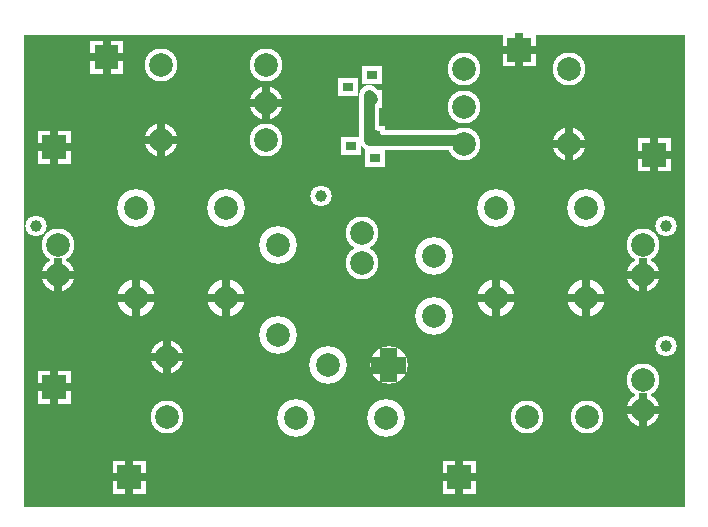
<source format=gbr>
%FSLAX34Y34*%
%MOMM*%
%LNCOPPER_TOP*%
G71*
G01*
%ADD10C,2.800*%
%ADD11C,3.200*%
%ADD12C,2.800*%
%ADD13R,1.700X1.600*%
%ADD14C,1.700*%
%ADD15C,1.800*%
%ADD16C,0.680*%
%ADD17C,1.467*%
%ADD18C,0.667*%
%ADD19C,2.000*%
%ADD20C,2.000*%
%ADD21C,4.300*%
%ADD22R,0.900X0.800*%
%ADD23C,0.900*%
%ADD24C,1.000*%
%LPD*%
G36*
X-279400Y165100D02*
X280600Y165100D01*
X280600Y-234900D01*
X-279400Y-234900D01*
X-279400Y165100D01*
G37*
%LPC*%
X6350Y-3050D02*
G54D10*
D03*
X6350Y-28450D02*
G54D10*
D03*
X-158750Y-107950D02*
G54D10*
D03*
X-158750Y-158750D02*
G54D10*
D03*
X146050Y-158750D02*
G54D10*
D03*
X196850Y-158750D02*
G54D10*
D03*
X-64083Y-13184D02*
G54D11*
D03*
X-64133Y-89434D02*
G54D11*
D03*
X-64083Y-13184D02*
G54D12*
D03*
X67931Y-22198D02*
G54D11*
D03*
X68043Y-73179D02*
G54D11*
D03*
X67931Y-22198D02*
G54D12*
D03*
X29203Y-114626D02*
G54D11*
D03*
X-21778Y-114739D02*
G54D11*
D03*
X29203Y-114626D02*
G54D12*
D03*
X27416Y-159362D02*
G54D11*
D03*
X-48834Y-159312D02*
G54D11*
D03*
X27416Y-159361D02*
G54D12*
D03*
X-184733Y18566D02*
G54D11*
D03*
X-184783Y-57684D02*
G54D11*
D03*
X-184733Y18566D02*
G54D12*
D03*
X-108542Y18492D02*
G54D11*
D03*
X-184792Y18542D02*
G54D11*
D03*
X-108542Y18492D02*
G54D12*
D03*
X-108542Y18492D02*
G54D11*
D03*
X-108592Y-57758D02*
G54D11*
D03*
X-108542Y18492D02*
G54D12*
D03*
X120067Y18566D02*
G54D11*
D03*
X120017Y-57684D02*
G54D11*
D03*
X120067Y18566D02*
G54D12*
D03*
X196258Y18492D02*
G54D11*
D03*
X120008Y18542D02*
G54D11*
D03*
X196258Y18492D02*
G54D12*
D03*
X196258Y18492D02*
G54D11*
D03*
X196208Y-57758D02*
G54D11*
D03*
X196258Y18492D02*
G54D12*
D03*
X-250377Y-13139D02*
G54D10*
D03*
X-250377Y-38539D02*
G54D10*
D03*
X244923Y-13139D02*
G54D10*
D03*
X244923Y-38539D02*
G54D10*
D03*
X244923Y-127439D02*
G54D10*
D03*
X244923Y-152839D02*
G54D10*
D03*
X-163150Y139173D02*
G54D10*
D03*
X-163150Y75673D02*
G54D10*
D03*
X-74250Y139173D02*
G54D10*
D03*
X-74250Y107423D02*
G54D10*
D03*
X-74250Y75673D02*
G54D10*
D03*
X182290Y72380D02*
G54D10*
D03*
X182290Y135880D02*
G54D10*
D03*
X93390Y72380D02*
G54D10*
D03*
X93390Y104130D02*
G54D10*
D03*
X93390Y135880D02*
G54D10*
D03*
G36*
X-268000Y83900D02*
X-240000Y83900D01*
X-240000Y55900D01*
X-268000Y55900D01*
X-268000Y83900D01*
G37*
G36*
X-268000Y-119300D02*
X-240000Y-119300D01*
X-240000Y-147300D01*
X-268000Y-147300D01*
X-268000Y-119300D01*
G37*
G36*
X-204500Y-195500D02*
X-176500Y-195500D01*
X-176500Y-223500D01*
X-204500Y-223500D01*
X-204500Y-195500D01*
G37*
G36*
X74900Y-195500D02*
X102900Y-195500D01*
X102900Y-223500D01*
X74900Y-223500D01*
X74900Y-195500D01*
G37*
G36*
X125700Y166450D02*
X153700Y166450D01*
X153700Y138450D01*
X125700Y138450D01*
X125700Y166450D01*
G37*
G36*
X-223550Y160100D02*
X-195550Y160100D01*
X-195550Y132100D01*
X-223550Y132100D01*
X-223550Y160100D01*
G37*
G36*
X240000Y77550D02*
X268000Y77550D01*
X268000Y49550D01*
X240000Y49550D01*
X240000Y77550D01*
G37*
X14967Y111144D02*
G54D13*
D03*
X14967Y131144D02*
G54D13*
D03*
X-5033Y121144D02*
G54D13*
D03*
X17512Y60530D02*
G54D13*
D03*
X17512Y80530D02*
G54D13*
D03*
X-2488Y70530D02*
G54D13*
D03*
G54D14*
X17512Y80530D02*
X12700Y76200D01*
X88900Y76200D01*
X93390Y72380D01*
G54D14*
X17512Y80530D02*
X12700Y76200D01*
X12700Y114300D01*
X14967Y111144D01*
X-269100Y3010D02*
G54D15*
D03*
X264300Y3010D02*
G54D15*
D03*
X-27800Y28410D02*
G54D15*
D03*
X264300Y-98590D02*
G54D15*
D03*
%LPD*%
G54D16*
G36*
X-158750Y-104550D02*
X-144250Y-104550D01*
X-144250Y-111350D01*
X-158750Y-111350D01*
X-158750Y-104550D01*
G37*
G36*
X-155350Y-107950D02*
X-155350Y-122450D01*
X-162150Y-122450D01*
X-162150Y-107950D01*
X-155350Y-107950D01*
G37*
G36*
X-158750Y-111350D02*
X-173250Y-111350D01*
X-173250Y-104550D01*
X-158750Y-104550D01*
X-158750Y-111350D01*
G37*
G36*
X-162150Y-107950D02*
X-162150Y-93450D01*
X-155350Y-93450D01*
X-155350Y-107950D01*
X-162150Y-107950D01*
G37*
G54D17*
G36*
X21870Y-114626D02*
X21870Y-100126D01*
X36536Y-100126D01*
X36536Y-114626D01*
X21870Y-114626D01*
G37*
G36*
X29203Y-107293D02*
X43703Y-107293D01*
X43703Y-121960D01*
X29203Y-121960D01*
X29203Y-107293D01*
G37*
G36*
X36536Y-114626D02*
X36536Y-129126D01*
X21870Y-129126D01*
X21870Y-114626D01*
X36536Y-114626D01*
G37*
G36*
X29203Y-121960D02*
X14703Y-121960D01*
X14703Y-107293D01*
X29203Y-107293D01*
X29203Y-121960D01*
G37*
G54D18*
G36*
X-184783Y-54351D02*
X-168283Y-54351D01*
X-168283Y-61017D01*
X-184783Y-61017D01*
X-184783Y-54351D01*
G37*
G36*
X-181450Y-57684D02*
X-181450Y-74184D01*
X-188116Y-74184D01*
X-188116Y-57684D01*
X-181450Y-57684D01*
G37*
G36*
X-184783Y-61017D02*
X-201283Y-61017D01*
X-201283Y-54351D01*
X-184783Y-54351D01*
X-184783Y-61017D01*
G37*
G36*
X-188116Y-57684D02*
X-188116Y-41184D01*
X-181450Y-41184D01*
X-181450Y-57684D01*
X-188116Y-57684D01*
G37*
G54D16*
G36*
X-108592Y-54358D02*
X-92092Y-54358D01*
X-92092Y-61158D01*
X-108592Y-61158D01*
X-108592Y-54358D01*
G37*
G36*
X-105192Y-57758D02*
X-105192Y-74258D01*
X-111992Y-74258D01*
X-111992Y-57758D01*
X-105192Y-57758D01*
G37*
G36*
X-108592Y-61158D02*
X-125092Y-61158D01*
X-125092Y-54358D01*
X-108592Y-54358D01*
X-108592Y-61158D01*
G37*
G36*
X-111992Y-57758D02*
X-111992Y-41258D01*
X-105192Y-41258D01*
X-105192Y-57758D01*
X-111992Y-57758D01*
G37*
G54D18*
G36*
X120017Y-54351D02*
X136517Y-54351D01*
X136517Y-61017D01*
X120017Y-61017D01*
X120017Y-54351D01*
G37*
G36*
X123350Y-57684D02*
X123350Y-74184D01*
X116684Y-74184D01*
X116684Y-57684D01*
X123350Y-57684D01*
G37*
G36*
X120017Y-61017D02*
X103517Y-61017D01*
X103517Y-54351D01*
X120017Y-54351D01*
X120017Y-61017D01*
G37*
G36*
X116684Y-57684D02*
X116684Y-41184D01*
X123350Y-41184D01*
X123350Y-57684D01*
X116684Y-57684D01*
G37*
G54D16*
G36*
X196208Y-54358D02*
X212708Y-54358D01*
X212708Y-61158D01*
X196208Y-61158D01*
X196208Y-54358D01*
G37*
G36*
X199608Y-57758D02*
X199608Y-74258D01*
X192808Y-74258D01*
X192808Y-57758D01*
X199608Y-57758D01*
G37*
G36*
X196208Y-61158D02*
X179708Y-61158D01*
X179708Y-54358D01*
X196208Y-54358D01*
X196208Y-61158D01*
G37*
G36*
X192808Y-57758D02*
X192808Y-41258D01*
X199608Y-41258D01*
X199608Y-57758D01*
X192808Y-57758D01*
G37*
G54D18*
G36*
X-253710Y-38539D02*
X-253710Y-24039D01*
X-247044Y-24039D01*
X-247044Y-38539D01*
X-253710Y-38539D01*
G37*
G36*
X-250377Y-35206D02*
X-235877Y-35206D01*
X-235877Y-41872D01*
X-250377Y-41872D01*
X-250377Y-35206D01*
G37*
G36*
X-247044Y-38539D02*
X-247044Y-53039D01*
X-253710Y-53039D01*
X-253710Y-38539D01*
X-247044Y-38539D01*
G37*
G36*
X-250377Y-41872D02*
X-264877Y-41872D01*
X-264877Y-35206D01*
X-250377Y-35206D01*
X-250377Y-41872D01*
G37*
G54D18*
G36*
X241590Y-38539D02*
X241590Y-24039D01*
X248256Y-24039D01*
X248256Y-38539D01*
X241590Y-38539D01*
G37*
G36*
X244923Y-35206D02*
X259423Y-35206D01*
X259423Y-41872D01*
X244923Y-41872D01*
X244923Y-35206D01*
G37*
G36*
X248256Y-38539D02*
X248256Y-53039D01*
X241590Y-53039D01*
X241590Y-38539D01*
X248256Y-38539D01*
G37*
G36*
X244923Y-41872D02*
X230423Y-41872D01*
X230423Y-35206D01*
X244923Y-35206D01*
X244923Y-41872D01*
G37*
G54D18*
G36*
X241590Y-152839D02*
X241590Y-138339D01*
X248256Y-138339D01*
X248256Y-152839D01*
X241590Y-152839D01*
G37*
G36*
X244923Y-149506D02*
X259423Y-149506D01*
X259423Y-156172D01*
X244923Y-156172D01*
X244923Y-149506D01*
G37*
G36*
X248256Y-152839D02*
X248256Y-167339D01*
X241590Y-167339D01*
X241590Y-152839D01*
X248256Y-152839D01*
G37*
G36*
X244923Y-156172D02*
X230423Y-156172D01*
X230423Y-149506D01*
X244923Y-149506D01*
X244923Y-156172D01*
G37*
G54D18*
G36*
X-166483Y75673D02*
X-166483Y90173D01*
X-159817Y90173D01*
X-159817Y75673D01*
X-166483Y75673D01*
G37*
G36*
X-163150Y79006D02*
X-148650Y79006D01*
X-148650Y72340D01*
X-163150Y72340D01*
X-163150Y79006D01*
G37*
G36*
X-159817Y75673D02*
X-159817Y61173D01*
X-166483Y61173D01*
X-166483Y75673D01*
X-159817Y75673D01*
G37*
G36*
X-163150Y72340D02*
X-177650Y72340D01*
X-177650Y79006D01*
X-163150Y79006D01*
X-163150Y72340D01*
G37*
G54D18*
G36*
X-77583Y107423D02*
X-77583Y121923D01*
X-70917Y121923D01*
X-70917Y107423D01*
X-77583Y107423D01*
G37*
G36*
X-74250Y110756D02*
X-59750Y110756D01*
X-59750Y104090D01*
X-74250Y104090D01*
X-74250Y110756D01*
G37*
G36*
X-70917Y107423D02*
X-70917Y92923D01*
X-77583Y92923D01*
X-77583Y107423D01*
X-70917Y107423D01*
G37*
G36*
X-74250Y104090D02*
X-88750Y104090D01*
X-88750Y110756D01*
X-74250Y110756D01*
X-74250Y104090D01*
G37*
G54D18*
G36*
X185623Y72380D02*
X185623Y57880D01*
X178957Y57880D01*
X178957Y72380D01*
X185623Y72380D01*
G37*
G36*
X182290Y69047D02*
X167790Y69047D01*
X167790Y75713D01*
X182290Y75713D01*
X182290Y69047D01*
G37*
G36*
X178957Y72380D02*
X178957Y86880D01*
X185623Y86880D01*
X185623Y72380D01*
X178957Y72380D01*
G37*
G36*
X182290Y75713D02*
X196790Y75713D01*
X196790Y69047D01*
X182290Y69047D01*
X182290Y75713D01*
G37*
G54D18*
G36*
X-257333Y69900D02*
X-257333Y84400D01*
X-250667Y84400D01*
X-250667Y69900D01*
X-257333Y69900D01*
G37*
G36*
X-254000Y73233D02*
X-239500Y73233D01*
X-239500Y66567D01*
X-254000Y66567D01*
X-254000Y73233D01*
G37*
G36*
X-250667Y69900D02*
X-250667Y55400D01*
X-257333Y55400D01*
X-257333Y69900D01*
X-250667Y69900D01*
G37*
G36*
X-254000Y66567D02*
X-268500Y66567D01*
X-268500Y73233D01*
X-254000Y73233D01*
X-254000Y66567D01*
G37*
G54D18*
G36*
X-257333Y-133300D02*
X-257333Y-118800D01*
X-250667Y-118800D01*
X-250667Y-133300D01*
X-257333Y-133300D01*
G37*
G36*
X-254000Y-129967D02*
X-239500Y-129967D01*
X-239500Y-136633D01*
X-254000Y-136633D01*
X-254000Y-129967D01*
G37*
G36*
X-250667Y-133300D02*
X-250667Y-147800D01*
X-257333Y-147800D01*
X-257333Y-133300D01*
X-250667Y-133300D01*
G37*
G36*
X-254000Y-136633D02*
X-268500Y-136633D01*
X-268500Y-129967D01*
X-254000Y-129967D01*
X-254000Y-136633D01*
G37*
G54D18*
G36*
X-193833Y-209500D02*
X-193833Y-195000D01*
X-187167Y-195000D01*
X-187167Y-209500D01*
X-193833Y-209500D01*
G37*
G36*
X-190500Y-206167D02*
X-176000Y-206167D01*
X-176000Y-212833D01*
X-190500Y-212833D01*
X-190500Y-206167D01*
G37*
G36*
X-187167Y-209500D02*
X-187167Y-224000D01*
X-193833Y-224000D01*
X-193833Y-209500D01*
X-187167Y-209500D01*
G37*
G36*
X-190500Y-212833D02*
X-205000Y-212833D01*
X-205000Y-206167D01*
X-190500Y-206167D01*
X-190500Y-212833D01*
G37*
G54D18*
G36*
X85567Y-209500D02*
X85567Y-195000D01*
X92233Y-195000D01*
X92233Y-209500D01*
X85567Y-209500D01*
G37*
G36*
X88900Y-206167D02*
X103400Y-206167D01*
X103400Y-212833D01*
X88900Y-212833D01*
X88900Y-206167D01*
G37*
G36*
X92233Y-209500D02*
X92233Y-224000D01*
X85567Y-224000D01*
X85567Y-209500D01*
X92233Y-209500D01*
G37*
G36*
X88900Y-212833D02*
X74400Y-212833D01*
X74400Y-206167D01*
X88900Y-206167D01*
X88900Y-212833D01*
G37*
G54D18*
G36*
X136367Y152450D02*
X136367Y166950D01*
X143033Y166950D01*
X143033Y152450D01*
X136367Y152450D01*
G37*
G36*
X139700Y155783D02*
X154200Y155783D01*
X154200Y149117D01*
X139700Y149117D01*
X139700Y155783D01*
G37*
G36*
X143033Y152450D02*
X143033Y137950D01*
X136367Y137950D01*
X136367Y152450D01*
X143033Y152450D01*
G37*
G36*
X139700Y149117D02*
X125200Y149117D01*
X125200Y155783D01*
X139700Y155783D01*
X139700Y149117D01*
G37*
G54D18*
G36*
X-212883Y146100D02*
X-212883Y160600D01*
X-206217Y160600D01*
X-206217Y146100D01*
X-212883Y146100D01*
G37*
G36*
X-209550Y149433D02*
X-195050Y149433D01*
X-195050Y142767D01*
X-209550Y142767D01*
X-209550Y149433D01*
G37*
G36*
X-206217Y146100D02*
X-206217Y131600D01*
X-212883Y131600D01*
X-212883Y146100D01*
X-206217Y146100D01*
G37*
G36*
X-209550Y142767D02*
X-224050Y142767D01*
X-224050Y149433D01*
X-209550Y149433D01*
X-209550Y142767D01*
G37*
G54D18*
G36*
X250667Y63550D02*
X250667Y78050D01*
X257333Y78050D01*
X257333Y63550D01*
X250667Y63550D01*
G37*
G36*
X254000Y66883D02*
X268500Y66883D01*
X268500Y60217D01*
X254000Y60217D01*
X254000Y66883D01*
G37*
G36*
X257333Y63550D02*
X257333Y49050D01*
X250667Y49050D01*
X250667Y63550D01*
X257333Y63550D01*
G37*
G36*
X254000Y60217D02*
X239500Y60217D01*
X239500Y66883D01*
X254000Y66883D01*
X254000Y60217D01*
G37*
X6350Y-3050D02*
G54D19*
D03*
X6350Y-28450D02*
G54D19*
D03*
X-158750Y-107950D02*
G54D19*
D03*
X-158750Y-158750D02*
G54D19*
D03*
X146050Y-158750D02*
G54D19*
D03*
X196850Y-158750D02*
G54D19*
D03*
X-64083Y-13184D02*
G54D19*
D03*
X-64133Y-89434D02*
G54D19*
D03*
X-64083Y-13184D02*
G54D20*
D03*
X67931Y-22198D02*
G54D19*
D03*
X68043Y-73179D02*
G54D19*
D03*
X67931Y-22198D02*
G54D20*
D03*
X29203Y-114626D02*
G54D19*
D03*
X-21778Y-114739D02*
G54D19*
D03*
X29203Y-114626D02*
G54D20*
D03*
X27416Y-159362D02*
G54D19*
D03*
X-48834Y-159312D02*
G54D19*
D03*
X27416Y-159361D02*
G54D20*
D03*
X-184733Y18566D02*
G54D19*
D03*
X-184783Y-57684D02*
G54D19*
D03*
X-184733Y18566D02*
G54D20*
D03*
X-108542Y18492D02*
G54D19*
D03*
X-184792Y18542D02*
G54D19*
D03*
X-108542Y18492D02*
G54D20*
D03*
X-108542Y18492D02*
G54D19*
D03*
X-108592Y-57758D02*
G54D19*
D03*
X-108542Y18492D02*
G54D20*
D03*
X120067Y18566D02*
G54D19*
D03*
X120017Y-57684D02*
G54D19*
D03*
X120067Y18566D02*
G54D20*
D03*
X196258Y18492D02*
G54D19*
D03*
X120008Y18542D02*
G54D19*
D03*
X196258Y18492D02*
G54D20*
D03*
X196258Y18492D02*
G54D19*
D03*
X196208Y-57758D02*
G54D19*
D03*
X196258Y18492D02*
G54D20*
D03*
X-250377Y-13139D02*
G54D19*
D03*
X-250377Y-38539D02*
G54D19*
D03*
X244923Y-13139D02*
G54D19*
D03*
X244923Y-38539D02*
G54D19*
D03*
X244923Y-127439D02*
G54D19*
D03*
X244923Y-152839D02*
G54D19*
D03*
X-163150Y139173D02*
G54D19*
D03*
X-163150Y75673D02*
G54D19*
D03*
X-74250Y139173D02*
G54D19*
D03*
X-74250Y107423D02*
G54D19*
D03*
X-74250Y75673D02*
G54D19*
D03*
X182290Y72380D02*
G54D19*
D03*
X182290Y135880D02*
G54D19*
D03*
X93390Y72380D02*
G54D19*
D03*
X93390Y104130D02*
G54D19*
D03*
X93390Y135880D02*
G54D19*
D03*
X-254000Y127000D02*
G54D21*
D03*
X254000Y127000D02*
G54D21*
D03*
X-254000Y-203200D02*
G54D21*
D03*
X254000Y-203200D02*
G54D21*
D03*
G36*
X-264000Y79900D02*
X-244000Y79900D01*
X-244000Y59900D01*
X-264000Y59900D01*
X-264000Y79900D01*
G37*
G36*
X-264000Y-123300D02*
X-244000Y-123300D01*
X-244000Y-143300D01*
X-264000Y-143300D01*
X-264000Y-123300D01*
G37*
G36*
X-200500Y-199500D02*
X-180500Y-199500D01*
X-180500Y-219500D01*
X-200500Y-219500D01*
X-200500Y-199500D01*
G37*
G36*
X78900Y-199500D02*
X98900Y-199500D01*
X98900Y-219500D01*
X78900Y-219500D01*
X78900Y-199500D01*
G37*
G36*
X129700Y162450D02*
X149700Y162450D01*
X149700Y142450D01*
X129700Y142450D01*
X129700Y162450D01*
G37*
G36*
X-219550Y156100D02*
X-199550Y156100D01*
X-199550Y136100D01*
X-219550Y136100D01*
X-219550Y156100D01*
G37*
G36*
X244000Y73550D02*
X264000Y73550D01*
X264000Y53550D01*
X244000Y53550D01*
X244000Y73550D01*
G37*
X14967Y111144D02*
G54D22*
D03*
X14967Y131144D02*
G54D22*
D03*
X-5033Y121144D02*
G54D22*
D03*
X17512Y60530D02*
G54D22*
D03*
X17512Y80530D02*
G54D22*
D03*
X-2488Y70530D02*
G54D22*
D03*
G54D23*
X17512Y80530D02*
X12700Y76200D01*
X88900Y76200D01*
X93390Y72380D01*
G54D23*
X17512Y80530D02*
X12700Y76200D01*
X12700Y114300D01*
X14967Y111144D01*
X-269100Y3010D02*
G54D24*
D03*
X264300Y3010D02*
G54D24*
D03*
X-27800Y28410D02*
G54D24*
D03*
X264300Y-98590D02*
G54D24*
D03*
M02*

</source>
